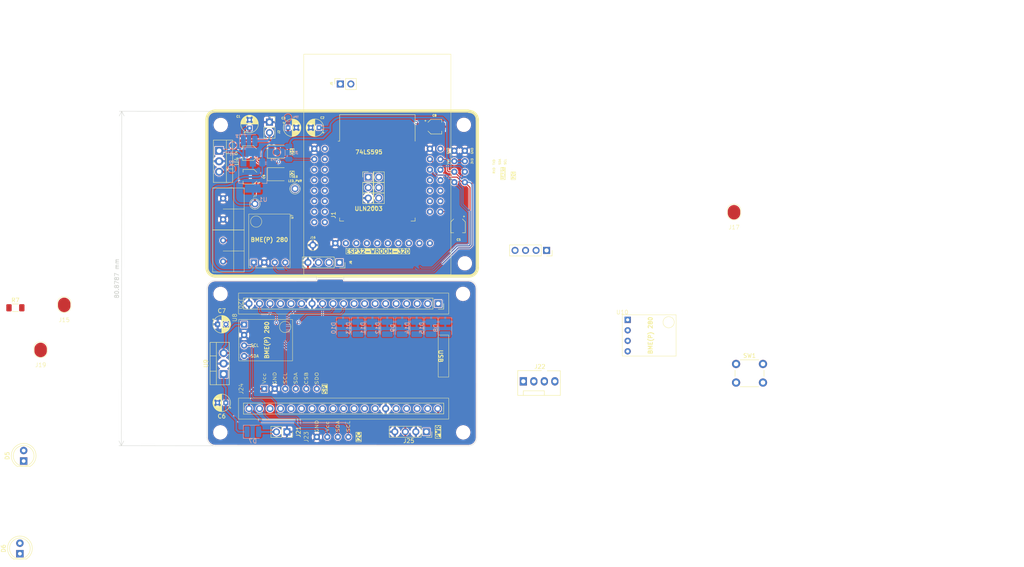
<source format=kicad_pcb>
(kicad_pcb (version 20240108) (generator "pcbnew") (generator_version "8.0")
  (layers (0 "F.Cu" signal) (31 "B.Cu" signal) (34 "B.Paste" user) (35 "F.Paste" user) (36 "B.SilkS" user "B.Silkscreen") (37 "F.SilkS" user "F.Silkscreen") (38 "B.Mask" user) (39 "F.Mask" user) (44 "Edge.Cuts" user))
  (net 0 "")
  (net 1 "GND")
  (net 2 "+3V3")
  (net 3 "+5V")
  (net 4 "/RXD")
  (net 5 "/TXD")
  (net 6 "/SDA")
  (net 7 "/GPIO_33")
  (net 8 "/SCL")
  (net 9 "/OUT3")
  (net 10 "/EN")
  (net 11 "/SOURCE2")
  (net 12 "/SOURCE1")
  (net 13 "/SOURCE3")
  (net 14 "/VDC")
  (net 15 "/DAC1")
  (net 16 "/DAC2")
  (net 17 "/GPIO39")
  (net 18 "/GPIO19")
  (net 19 "/GPIO17")
  (net 20 "/GPIO5")
  (net 21 "/GPIO18")
  (net 22 "/SD_DATA0")
  (net 23 "/ADC2_CH3")
  (net 24 "/SD_DATA3")
  (net 25 "/SD_CMD")
  (net 26 "/SD_CLK")
  (net 27 "/SD_DATA2")
  (net 28 "/SD_DATA1")
  (net 29 "/ADC2_CH0")
  (net 30 "/GPIO23")
  (net 31 "/GPIO36")
  (net 32 "/ADC2_CH2")
  (net 33 "/BOOT")
  (net 34 "/GPIO13")
  (net 35 "/SOURCE4")
  (net 36 "/SOURCE5")
  (net 37 "/SIPO_DATA")
  (net 38 "/SIPO_CLK")
  (net 39 "/SIPO_LATCH")
  (net 40 "/GPIO14")
  (net 41 "/OUT1")
  (net 42 "/VIN")
  (net 45 "Net-(D5-Pad1)")
  (net 46 "Net-(J15-Pin_1)")
  (net 47 "Net-(J19-Pin_1)")
  (net 48 "/OUT2")
  (net 60 "/RX")
  (net 65 "/TX")
  (net 76 "/SCL-2")
  (net 77 "/SDA-2")
  (net 80 "/12V")
  (net 82 "/QB-2")
  (net 83 "/QC-2")
  (net 84 "/QE-2")
  (net 85 "/QA-2")
  (net 86 "/QD-2")
  (net 87 "/QG-2")
  (net 88 "/QH-2")
  (net 89 "/QF-2")
  (net 90 "/SPI-SDO")
  (net 91 "/SPI-CSB")
  (net 92 "/SPI-SCL")
  (net 93 "/SPI-SDA")
  (net 94 "/D23")
  (net 95 "/D18")
  (footprint "Capacitor_THT:CP_Radial_D4.0mm_P2.00mm" (layer "F.Cu") (at 107 44.2 180)
    (property "Reference" "C2")
    (property "Value" "1uF")
  )
  (footprint "LED_SMD:LED_1210_3225Metric_Pad1.42x2.65mm_HandSolder" (layer "F.Cu") (at 97 55.45)
    (property "Reference" "D2")
    (property "Value" "STATUS")
  )
  (footprint "Capacitor_SMD:CP_Elec_3x5.3" (layer "F.Cu") (at 90.3 50.35 180)
    (property "Reference" "C4")
    (property "Value" "0.1uF")
  )
  (footprint "Resistor_SMD:R_1206_3216Metric_Pad1.30x1.75mm_HandSolder" (layer "F.Cu") (at 33.612 87.7585)
    (property "Reference" "R7")
    (property "Value" "4K7")
  )
  (footprint "LED_THT:LED_D5.0mm" (layer "F.Cu") (at 34.7 147.25 90)
    (property "Reference" "D6")
    (property "Value" "LED_STATUS")
  )
  (footprint "Button_Switch_THT:SW_PUSH_6mm" (layer "F.Cu") (at 207.8 101.35)
    (property "Reference" "SW1")
    (property "Value" "SW_Push")
  )
  (footprint "Connector:FanPinHeader_1x04_P2.54mm_Vertical" (layer "F.Cu") (at 156.38 105.55)
    (property "Reference" "J22")
    (property "Value" "Conn_01x04_Pin")
  )
  (footprint "Alexander Footprint Library:Pad_1x01_P2.54_SMD" (layer "F.Cu") (at 39.712 102.098)
    (property "Reference" "J19")
    (property "Value" "LED_PWR")
  )
  (footprint "Alexanddr Footprints Library:ESP32-WROOM-Adapter-Socket-2" (layer "F.Cu") (at 121.1 56.9025)
    (property "Reference" "J1")
    (property "Value" "~")
  )
  (footprint "Alexander Footprint Library:Pad_1x01_P2.54_SMD" (layer "F.Cu") (at 45.412 91.198)
    (property "Reference" "J15")
    (property "Value" "LED_PWR")
  )
  (footprint "MountingHole:MountingHole_3mm" (layer "F.Cu") (at 142 43.5)
    (property "Reference" "H1" (hide yes))
    (property "Value" "MountingHole_Pad")
  )
  (footprint "Connector_PinSocket_2.54mm:PinSocket_1x02_P2.54mm_Vertical" (layer "F.Cu") (at 99.25 117.775 -90)
    (property "Reference" "J21")
    (property "Value" "PWR")
  )
  (footprint "MountingHole:MountingHole_3mm" (layer "F.Cu") (at 83.25 43.53)
    (property "Reference" "H2" (hide yes))
    (property "Value" "MountingHole_Pad")
  )
  (footprint "Alexander Footprints Library:Conn_Terminal_5mm" (layer "F.Cu") (at 83.82 53.69)
    (property "Reference" "J9" (hide yes))
    (property "Value" "Conn_01x02_Socket")
  )
  (footprint "Alexander Footprint Library:Pad_1x01_P2.54_SMD" (layer "F.Cu") (at 207.3 68.7895)
    (property "Reference" "J17")
    (property "Value" "GND")
  )
  (footprint "MountingHole:MountingHole_3mm" (layer "F.Cu") (at 141.85 117.9)
    (property "Reference" "H4" (hide yes))
    (property "Value" "MountingHole_Pad")
  )
  (footprint "Capacitor_THT:CP_Radial_D4.0mm_P2.00mm" (layer "F.Cu") (at 82.5 91.75)
    (property "Reference" "C7")
    (property "Value" "1uF")
  )
  (footprint "Connector_PinSocket_2.54mm:PinSocket_1x04_P2.54mm_Vertical" (layer "F.Cu") (at 132.94 117.75 -90)
    (property "Reference" "J25")
    (property "Value" "PWR_SATA_Conn_01x04")
  )
  (footprint "Capacitor_SMD:CP_Elec_3x5.3" (layer "F.Cu") (at 90.4 56.05 180)
    (property "Reference" "C9")
    (property "Value" "0.1uF")
  )
  (footprint "Alexander Footprint Library:PinSocket_1x01_P2.54" (layer "F.Cu") (at 91.5 65.19)
    (property "Reference" "J7")
    (property "Value" "LED_PWR")
  )
  (footprint "Alexander Footprint Library:Conn_SPI" (layer "F.Cu") (at 88.68 107.35 90)
    (property "Reference" "J24")
    (property "Value" "~")
  )
  (footprint "Connector_PinSocket_2.54mm:PinSocket_1x02_P2.54mm_Vertical" (layer "F.Cu") (at 95.025 42.85)
    (property "Reference" "J2")
    (property "Value" "PWR")
  )
  (footprint "Connector_PinSocket_2.54mm:PinSocket_1x04_P2.54mm_Vertical" (layer "F.Cu") (at 111.94 76.8 -90)
    (property "Reference" "J6")
    (property "Value" "SOURCE")
  )
  (footprint "MountingHole:MountingHole_3mm" (layer "F.Cu") (at 83.15 117.9)
    (property "Reference" "H4" (hide yes))
    (property "Value" "MountingHole_Pad")
  )
  (footprint "Connector_PinSocket_2.54mm:PinSocket_1x04_P2.54mm_Vertical" (layer "F.Cu") (at 162 73.875 -90)
    (property "Reference" "J10" (hide yes))
    (property "Value" "ADC")
  )
  (footprint "Capacitor_SMD:CP_Elec_3x5.3" (layer "F.Cu") (at 140.6 67.85 -90)
    (property "Reference" "C5")
    (property "Value" "0.1uF")
  )
  (footprint "MountingHole:MountingHole_3mm" (layer "F.Cu") (at 141.8 84.4)
    (property "Reference" "H4" (hide yes))
    (property "Value" "MountingHole_Pad")
  )
  (footprint "Capacitor_THT:CP_Radial_D4.0mm_P2.00mm" (layer "F.Cu") (at 99.5 44.2)
    (property "Reference" "C3")
    (property "Value" "1uF")
  )
  (footprint "Alexander Footprint Library:Conn_ESP32_WROOM-DevKit-38pins" (layer "F.Cu") (at 87.54 86.75 -90)
    (property "Reference" "J20")
    (property "Value" "~")
  )
  (footprint "Capacitor_SMD:CP_Elec_3x5.3" (layer "F.Cu") (at 134.9 43.95)
    (property "Reference" "C8")
    (property "Value" "10uF")
  )
  (footprint "Alexander Footprint Library:LD1117" (layer "F.Cu") (at 83.945 103.79 90)
    (property "Reference" "U9")
    (property "Value" "L7805")
  )
  (footprint "Alexander Footprint Library:PinSocket_1x01_P2.54" (layer "F.Cu") (at 101.2 61.52)
    (property "Reference" "J18")
    (property "Value" "LED_PWR")
  )
  (footprint "Alexander Footprint Library:Conn_I2C" (layer "F.Cu") (at 98.84 119 90)
    (property "Reference" "J23")
    (property "Value" "I2C")
  )
  (footprint "Capacitor_THT:CP_Radial_D4.0mm_P2.00mm" (layer "F.Cu") (at 84.4726 110.75 180)
    (property "Reference" "C6")
    (property "Value" "1uF")
  )
  (footprint "Alexander Footprint Library:BME280_BMP280_I2C" (layer "F.Cu") (at 180.3 89.45)
    (property "Reference" "U10")
    (property "Value" "BME(P)280")
  )
  (footprint "MountingHole:MountingHole_3mm" (layer "F.Cu") (at 83.2 84.4)
    (property "Reference" "H4" (hide yes))
    (property "Value" "MountingHole_Pad")
  )
  (footprint "Connector_PinSocket_2.54mm:PinSocket_1x02_P2.54mm_Vertical" (layer "F.Cu") (at 112.15 33.625 90)
    (property "Reference" "J5")
    (property "Value" "DAC")
  )
  (footprint "Alexander Footprint Library:CONN_2x3" (layer "F.Cu") (at 118.9 51.07)
    (property "Reference" "J14")
    (property "Value" "GPIO")
  )
  (footprint "Alexander Footprints Library:Conn_UART" (layer "F.Cu") (at 139.7 42.15)
    (property "Reference" "J3" (hide yes))
    (property "Value" "UART")
  )
  (footprint "Alexander Footprint Library:PinSocket_1x01_P2.54" (layer "F.Cu") (at 105.5 75.19)
    (property "Reference" "J16")
    (property "Value" "GND")
  )
  (footprint "Capacitor_THT:CP_Radial_D4.0mm_P2.00mm" (layer "F.Cu") (at 90.2 44.3 90)
    (property "Reference" "C1")
    (property "Value" "1uF")
  )
  (footprint "Alexander Footprint Library:BME280_BMP280_I2C" (layer "F.Cu") (at 90 78.1 90)
    (property "Reference" "U7")
    (property "Value" "BME(P)280")
  )
  (footprint "Alexander Footprint Library:LD1117" (layer "F.Cu") (at 82.855 49.77 -90)
    (property "Reference" "U4")
    (property "Value" "L7805")
  )
  (footprint "Alexander Footprints Library:Conn_I2C" (layer "F.Cu") (at 142.24 42.15)
    (property "Reference" "J4" (hide yes))
    (property "Value" "I2C")
  )
  (footprint "LED_THT:LED_D5.0mm" (layer "F.Cu") (at 35.612 124.8335 90)
    (property "Reference" "D5")
    (property "Value" "LED_PWR")
  )
  (footprint "Alexander Footprint Library:BME280_BMP280_I2C" (layer "F.Cu") (at 87.6 90.59)
    (property "Reference" "U8")
    (property "Value" "BME(P)280")
  )
  (footprint "LED_SMD:LED_1210_3225Metric_Pad1.42x2.65mm_HandSolder" (layer "F.Cu") (at 97 50)
    (property "Reference" "D1")
    (property "Value" "PWR")
  )
  (footprint "MountingHole:MountingHole_3mm" (layer "F.Cu") (at 142.25 77)
    (property "Reference" "H4" (hide yes))
    (property "Value" "MountingHole_Pad")
  )
  (footprint "Alexander Footprints Library:Conn_Terminal_5mm" (layer "F.Cu") (at 83.82 63.85)
    (property "Reference" "J8" (hide yes))
    (property "Value" "Conn_01x02_Socket")
  )
  (footprint "TestPoint:TestPoint_Pad_D1.5mm" (layer "B.Cu") (at 99.5 41.75 180)
    (property "Reference" "TP4")
    (property "Value" "5V")
  )
  (footprint "LED_SMD:LED_1210_3225Metric_Pad1.42x2.65mm_HandSolder" (layer "B.Cu") (at 127.1 92.65 -90)
    (property "Reference" "D9")
    (property "Value" "PWR")
  )
  (footprint "TestPoint:TestPoint_Pad_D1.5mm" (layer "B.Cu") (at 96.8 50.15 180)
    (property "Reference" "TP3")
    (property "Value" "3V3")
  )
  (footprint "LED_SMD:LED_1210_3225Metric_Pad1.42x2.65mm_HandSolder" (layer "B.Cu") (at 119.9 92.65 -90)
    (property "Reference" "D11")
    (property "Value" "PWR")
  )
  (footprint "Diode_SMD:D_1210_3225Metric" (layer "B.Cu") (at 91 117.75)
    (property "Reference" "D7")
    (property "Value" "D")
  )
  (footprint "LED_SMD:LED_1210_3225Metric_Pad1.42x2.65mm_HandSolder" (layer "B.Cu") (at 134.1 92.65 -90)
    (property "Reference" "D15")
    (property "Value" "PWR")
  )
  (footprint "Resistor_SMD:R_1206_3216Metric_Pad1.30x1.75mm_HandSolder" (layer "B.Cu") (at 99.7 50.25 -90)
    (property "Reference" "R1")
    (property "Value" "10K")
  )
  (footprint "Diode_SMD:D_1210_3225Metric" (layer "B.Cu") (at 90.1 47.4)
    (property "Reference" "D4")
    (property "Value" "D")
  )
  (footprint "LED_SMD:LED_1210_3225Metric_Pad1.42x2.65mm_HandSolder" (layer "B.Cu") (at 130.6 92.65 -90)
    (property "Reference" "D14")
    (property "Value" "PWR")
  )
  (footprint "TestPoint:TestPoint_Pad_D1.5mm" (layer "B.Cu") (at 86.2 48.45 180)
    (property "Reference" "TP1")
    (property "Value" "VIN")
  )
  (footprint "LED_SMD:LED_1210_3225Metric_Pad1.42x2.65mm_HandSolder" (layer "B.Cu") (at 123.5 92.65 -90)
    (property "Reference" "D12")
    (property "Value" "PWR")
  )
  (footprint "TestPoint:TestPoint_Pad_D1.5mm" (layer "B.Cu") (at 85.9 54.15 180)
    (property "Reference" "TP2")
    (property "Value" "GND")
  )
  (footprint "LED_SMD:LED_1210_3225Metric_Pad1.42x2.65mm_HandSolder" (layer "B.Cu") (at 116.4 92.65 -90)
    (property "Reference" "D13")
    (property "Value" "PWR")
  )
  (footprint "LED_SMD:LED_1210_3225Metric_Pad1.42x2.65mm_HandSolder" (layer "B.Cu") (at 112.8 92.65 -90)
    (property "Reference" "D10")
    (property "Value" "PWR")
  )
  (footprint "Package_TO_SOT_SMD:SOT-223-3_TabPin2" (layer "B.Cu") (at 91 55.75 -90)
    (property "Reference" "U1")
    (property "Value" "MAX1726EUK33")
  )
  (footprint "LED_SMD:LED_1210_3225Metric_Pad1.42x2.65mm_HandSolder" (layer "B.Cu") (at 137.5 92.65 -90)
    (property "Reference" "D8")
    (property "Value" "PWR")
  )
  (gr_line (start 145.25 42.11421) (end 145.25 78.085782) (stroke (width 0.75)) (layer "F.SilkS"))
  (gr_line (start 81.914218 40.164218) (end 143.08579 40.164218) (stroke (width 0.75)) (layer "F.SilkS"))
  (gr_arc (start 145.25 78.085782) (mid 144.66422 79.500007) (end 143.25 80.085782) (stroke (width 0.75)) (layer "F.SilkS"))
  (gr_line (start 79.914218 42.11421) (end 79.914218 78.085782) (stroke (width 0.75)) (layer "F.SilkS"))
  (gr_arc (start 81.914218 80.085782) (mid 80.499999 79.500001) (end 79.914218 78.085782) (stroke (width 0.75)) (layer "F.SilkS"))
  (gr_arc (start 143.25 40.25) (mid 144.664214 40.835786) (end 145.25 42.25) (stroke (width 0.75)) (layer "F.SilkS"))
  (gr_arc (start 79.914218 42.164218) (mid 80.499999 40.749999) (end 81.914218 40.164218) (stroke (width 0.75)) (layer "F.SilkS"))
  (gr_line (start 81.914214 80.085782) (end 143.085786 80.085782) (stroke (width 0.75)) (layer "F.SilkS"))
  (gr_line (start 82.014214 80.235786) (end 106.4 80.25) (stroke (width 0.1)) (layer "Edge.Cuts"))
  (gr_line (start 80 42.25) (end 80.014214 78.235786) (stroke (width 0.1)) (layer "Edge.Cuts"))
  (gr_arc (start 79.921321 83.157107) (mid 80.507106 81.742896) (end 81.921321 81.157107) (stroke (width 0.1)) (layer "Edge.Cuts"))
  (gr_line (start 81.921321 121.128679) (end 143.107107 121.142893) (stroke (width 0.1)) (layer "Edge.Cuts"))
  (gr_arc (start 81.921321 121.128679) (mid 80.507101 120.542899) (end 79.921321 119.128679) (stroke (width 0.1)) (layer "Edge.Cuts"))
  (gr_line (start 143.092893 81.157107) (end 113 81.15) (stroke (width 0.1)) (layer "Edge.Cuts"))
  (gr_arc (start 145.107107 119.142893) (mid 144.521321 120.557107) (end 143.107107 121.142893) (stroke (width 0.1)) (layer "Edge.Cuts"))
  (gr_line (start 106.4 81.15) (end 81.921321 81.157107) (stroke (width 0.1)) (layer "Edge.Cuts"))
  (gr_arc (start 143.185786 40.264214) (mid 144.600004 40.849996) (end 145.185786 42.264214) (stroke (width 0.1)) (layer "Edge.Cuts"))
  (gr_line (start 113 80.25) (end 143.185786 80.235786) (stroke (width 0.1)) (layer "Edge.Cuts"))
  (gr_arc (start 82.014214 80.235786) (mid 80.599996 79.650004) (end 80.014214 78.235786) (stroke (width 0.1)) (layer "Edge.Cuts"))
  (gr_line (start 145.185786 42.264214) (end 145.185786 78.235786) (stroke (width 0.1)) (layer "Edge.Cuts"))
  (gr_arc (start 80 42.25) (mid 80.585786 40.835786) (end 82 40.25) (stroke (width 0.1)) (layer "Edge.Cuts"))
  (gr_line (start 145.107107 119.142893) (end 145.092893 83.157107) (stroke (width 0.1)) (layer "Edge.Cuts"))
  (gr_line (start 79.921321 119.128679) (end 79.921321 83.157107) (stroke (width 0.1)) (layer "Edge.Cuts"))
  (gr_line (start 106.4 81.15) (end 106.4 80.25) (stroke (width 0.1)) (layer "Edge.Cuts"))
  (gr_arc (start 145.185786 78.235786) (mid 144.600004 79.650004) (end 143.185786 80.235786) (stroke (width 0.1)) (layer "Edge.Cuts"))
  (gr_arc (start 143.092893 81.157107) (mid 144.507112 81.742888) (end 145.092893 83.157107) (stroke (width 0.1)) (layer "Edge.Cuts"))
  (gr_line (start 113 81.15) (end 113 80.25) (stroke (width 0.1)) (layer "Edge.Cuts"))
  (gr_line (start 143.185786 40.264214) (end 82 40.25) (stroke (width 0.1)) (layer "Edge.Cuts"))
  (gr_text "SCL" (at 90.4 96.85 0) (layer "F.SilkS") (effects (font (size 0.7 0.7) (thickness 0.125) (bold yes)) (justify left)))
  (gr_text "SDA" (at 90.4 99.45 0) (layer "F.SilkS") (effects (font (size 0.7 0.7) (thickness 0.125) (bold yes)) (justify left)))
  (gr_text "PWR" (at 136.4 119.55 90) (layer "F.SilkS" knockout) (effects (font (size 1 1) (thickness 0.25) (bold yes)) (justify left bottom)))
  (gr_text "74LS595" (at 119.057143 50.1 0) (layer "F.SilkS") (effects (font (size 1 1) (thickness 0.2) (bold yes))))
  (gr_text "ULN2003" (at 115.5 64.374 0) (layer "F.SilkS") (effects (font (size 1 1) (thickness 0.2) (bold yes)) (justify left bottom)))
  (dimension (type aligned) (layer "Edge.Cuts") (pts (xy 81.921321 121.128679) (xy 82 40.25)) (height -22.6907) (gr_text "80.8787 mm" (at 58.119973 80.666146 89.94426182) (layer "Edge.Cuts") (effects (font (size 1 1) (thickness 0.15)))) (format (prefix "") (suffix "") (units 3) (units_format 1) (precision 4)) (style (thickness 0.1) (arrow_length 1.27) (text_position_mode 0) (extension_height 0.58642) (extension_offset 0.5) keep_text_aligned))
  (segment (start 84.21 66) (end 83.82 66.39) (width 0.5) (layer "F.Cu") (net 1))
  (segment (start 95.5 54.8625) (end 95.5125 54.85) (width 0.25) (layer "F.Cu") (net 1))
  (segment (start 95.5 55.4625) (end 95.5125 55.45) (width 0.25) (layer "F.Cu") (net 1))
  (segment (start 91.5 59.65) (end 91.9 59.25) (width 0.5) (layer "F.Cu") (net 2))
  (segment (start 90.08 108.57) (end 90.08 112.15) (width 0.5) (layer "F.Cu") (net 2))
  (segment (start 91.3 107.35) (end 90.08 108.57) (width 0.5) (layer "F.Cu") (net 2))
  (segment (start 91.9 59.25) (end 91.9 56.05) (width 0.5) (layer "F.Cu") (net 2))
  (segment (start 130.5 42.95) (end 131.5 43.95) (width 0.5) (layer "F.Cu") (net 2))
  (segment (start 131.5 43.95) (end 133.4 43.95) (width 0.5) (layer "F.Cu") (net 2))
  (segment (start 93.76 107.35) (end 91.3 107.35) (width 0.5) (layer "F.Cu") (net 2))
  (segment (start 91.5 62.62) (end 91.5 59.65) (width 0.5) (layer "F.Cu") (net 2))
  (segment (start 98.4875 50) (end 101.05 50) (width 0.5) (layer "F.Cu") (net 2))
  (via (at 130.5 42.95) (size 0.8) (drill 0.4) (layers "F.Cu" "B.Cu") (net 2))
  (segment (start 96.075 48.7) (end 97.525 48.7) (width 0.5) (layer "B.Cu") (net 2))
  (segment (start 109.408578 44.2) (end 107 44.2) (width 0.5) (layer "B.Cu") (net 2))
  (segment (start 93.21 115.25) (end 101 115.25) (width 0.5) (layer "B.Cu") (net 2))
  (segment (start 81.3 75.997918) (end 81.3 59.75104) (width 0.5) (layer "B.Cu") (net 2))
  (segment (start 93.3 54.905025) (end 93.3 52.6) (width 0.5) (layer "B.Cu") (net 2))
  (segment (start 100 48.7) (end 100 48.03033) (width 0.5) (layer "B.Cu") (net 2))
  (segment (start 137.9 51.55) (end 138.66 52.31) (width 0.5) (layer "B.Cu") (net 2))
  (segment (start 109 117.5) (end 109 119) (width 0.5) (layer "B.Cu") (net 2))
  (segment (start 84.202081 78.9) (end 89.990883 78.9) (width 0.5) (layer "B.Cu") (net 2))
  (segment (start 109.75 45) (end 109.75 44.141421) (width 0.5) (layer "B.Cu") (net 2))
  (segment (start 109.75 43.858578) (end 109.75 44.141421) (width 0.5) (layer "B.Cu") (net 2))
  (segment (start 138.66 52.31) (end 139.7 52.31) (width 0.5) (layer "B.Cu") (net 2))
  (segment (start 104.722182 46.75) (end 106.277817 46.75) (width 0.5) (layer "B.Cu") (net 2))
  (segment (start 139.7 52.31) (end 142.24 52.31) (width 0.5) (layer "B.Cu") (net 2))
  (segment (start 129.1 41.75) (end 136.8 41.75) (width 0.5) (layer "B.Cu") (net 2))
  (segment (start 112.31066 41.75) (end 129.1 41.75) (width 0.5) (layer "B.Cu") (net 2))
  (segment (start 88.207106 62.75) (end 91.5 62.75) (width 0.5) (layer "B.Cu") (net 2))
  (segment (start 86.5 61.042893) (end 86.5 57.5) (width 0.5) (layer "B.Cu") (net 2))
  (segment (start 106.277817 46.75) (end 108 46.75) (width 0.5) (layer "B.Cu") (net 2))
  (segment (start 101 115.25) (end 102.5 116.75) (width 0.5) (layer "B.Cu") (net 2))
  (segment (start 137.9 42.85) (end 137.9 51.55) (width 0.5) (layer "B.Cu") (net 2))
  (segment (start 91.22 77.670883) (end 91.22 76.8) (width 0.5) (layer "B.Cu") (net 2))
  (segment (start 89.455634 56.1) (end 92.105025 56.1) (width 0.5) (layer "B.Cu") (net 2))
  (segment (start 96.075 48.7) (end 95.177817 48.7) (width 0.5) (layer "B.Cu") (net 2))
  (segment (start 90.11 112.15) (end 93.21 115.25) (width 0.5) (layer "B.Cu") (net 2))
  (segment (start 136.8 41.75) (end 137.9 42.85) (width 0.5) (layer "B.Cu") (net 2))
  (segment (start 108.25 116.75) (end 109 117.5) (width 0.5) (layer "B.Cu") (net 2))
  (segment (start 104.722182 46.75) (end 101.28033 46.75) (width 0.5) (layer "B.Cu") (net 2))
  (segment (start 110.015165 42.984834) (end 110.5 42.5) (width 0.5) (layer "B.Cu") (net 2))
  (segment (start 108 46.75) (end 109.75 45) (width 0.5) (layer "B.Cu") (net 2))
  (segment (start 96.8 49.425) (end 96.8 50.15) (width 0.25) (layer "B.Cu") (net 2))
  (segment (start 109.75 43.858578) (end 109.75 43.625) (width 0.5) (layer "B.Cu") (net 2))
  (segment (start 93.3 52.6) (end 93.3 50.577817) (width 0.5) (layer "B.Cu") (net 2))
  (segment (start 82.75104 58.3) (end 84.144365 58.3) (width 0.5) (layer "B.Cu") (net 2))
  (segment (start 130.5 42.95) (end 129.3 41.75) (width 0.5) (layer "B.Cu") (net 2))
  (segment (start 102.5 116.75) (end 108.25 116.75) (width 0.5) (layer "B.Cu") (net 2))
  (segment (start 129.3 41.75) (end 129.1 41.75) (width 0.5) (layer "B.Cu") (net 2))
  (segment (start 100 48.7) (end 97.525 48.7) (width 0.5) (layer "B.Cu") (net 2))
  (arc (start 93.3 54.905025) (mid 93.209037 55.362322) (end 92.95 55.75) (width 0.5) (layer "B.Cu") (net 2))
  (arc (start 86.8 57.2) (mid 85.581584 58.014119) (end 84.144365 58.3) (width 0.5) (layer "B.Cu") (net 2))
  (arc (start 89.455634 56.1) (mid 88.018415 56.38588) (end 86.8 57.2) (width 0.5) (layer "B.Cu") (net 2))
  (arc (start 86.5 61.042893) (mid 86.629945 61.696174) (end 87 62.25) (width 0.5) (layer "B.Cu") (net 2))
  (arc (start 82.75104 58.3) (mid 82.195751 58.410453) (end 81.725 58.725) (width 0.5) (layer "B.Cu") (net 2))
  (arc (start 92.95 55.75) (mid 92.562322 56.009037) (end 92.105025 56.1) (width 0.5) (layer "B.Cu") (net 2))
  (arc (start 109.75 43.625) (mid 109.818914 43.278544) (end 110.015165 42.984834) (width 0.5) (layer "B.Cu") (net 2))
  (arc (start 95.177817 48.7) (mid 94.459207 48.84294) (end 93.85 49.25) (width 0.5) (layer "B.Cu") (net 2))
  (arc (start 96.8 49.425) (mid 96.587652 48.912347) (end 96.075 48.7) (width 0.25) (layer "B.Cu") (net 2))
  (arc (start 82.15 78.05) (mid 83.091502 78.679092) (end 84.202081 78.9) (width 0.5) (layer "B.Cu") (net 2))
  (arc (start 109.75 44.141421) (mid 109.713838 44.087301) (end 109.65 44.1) (width 0.5) (layer "B.Cu") (net 2))
  (arc (start 93.85 49.25) (mid 93.44294 49.859207) (end 93.3 50.577817) (width 0.5) (layer "B.Cu") (net 2))
  (arc (start 90.86 78.54) (mid 90.461245 78.806439) (end 89.990883 78.9) (width 0.5) (layer "B.Cu") (net 2))
  (arc (start 109.65 44.1) (mid 109.539234 44.17401) (end 109.408578 44.2) (width 0.5) (layer "B.Cu") (net 2))
  (arc (start 87 62.25) (mid 87.553825 62.620054) (end 88.207106 62.75) (width 0.5) (layer "B.Cu") (net 2))
  (arc (start 81.725 58.725) (mid 81.410453 59.195751) (end 81.3 59.75104) (width 0.5) (layer "B.Cu") (net 2))
  (arc (start 101.28033 46.75) (mid 100.790368 46.847459) (end 100.375 47.125) (width 0.5) (layer "B.Cu") (net 2))
  (arc (start 91.22 77.670883) (mid 91.126439 78.141245) (end 90.86 78.54) (width 0.5) (layer "B.Cu") (net 2))
  (arc (start 110.5 42.5) (mid 111.330737 41.944918) (end 112.31066 41.75) (width 0.5) (layer "B.Cu") (net 2))
  (arc (start 109.65 44.1) (mid 109.72401 43.989234) (end 109.75 43.858578) (width 0.5) (layer "B.Cu") (net 2))
  (arc (start 100.375 47.125) (mid 100.097459 47.540368) (end 100 48.03033) (width 0.5) (layer "B.Cu") (net 2))
  (arc (start 81.3 75.997918) (mid 81.520907 77.108496) (end 82.15 78.05) (width 0.5) (layer "B.Cu") (net 2))
  (segment (start 99.5 45.693413) (end 99.5 44.2) (width 0.5) (layer "F.Cu") (net 3))
  (segment (start 98.6375 46.9625) (end 99.2125 46.3875) (width 0.5) (layer "F.Cu") (net 3))
  (segment (start 83.945 98.71) (end 86.21 98.71) (width 0.5) (layer "F.Cu") (net 3))
  (segment (start 86.75 99.25) (end 86.75 100) (width 0.5) (layer "F.Cu") (net 3))
  (segment (start 127.86 116.39) (end 129 115.25) (width 0.5) (layer "F.Cu") (net 3))
  (segment (start 129 115.25) (end 135.25 115.25) (width 0.5) (layer "F.Cu") (net 3))
  (segment (start 135.81 114.69) (end 135.81 112.15) (width 0.5) (layer "F.Cu") (net 3))
  (segment (start 86.75 114.25) (end 87.75 115.25) (width 0.5) (layer "F.Cu") (net 3))
  (segment (start 86.75 100) (end 86.75 114.25) (width 0.5) (layer "F.Cu") (net 3))
  (segment (start 88.1 47.25) (end 97.943413 47.25) (width 0.5) (layer "F.Cu") (net 3))
  (segment (start 84.9 54.85) (end 85.4 54.35) (width 0.5) (layer "F.Cu") (net 3))
  (segment (start 85.4 54.35) (end 85.4 49.95) (width 0.5) (layer "F.Cu") (net 3))
  (segment (start 127.86 118.65) (end 127.86 116.39) (width 0.5) (layer "F.Cu") (net 3))
  (segment (start 86.21 98.71) (end 86.75 99.25) (width 0.5) (layer "F.Cu") (net 3))
  (segment (start 135.25 115.25) (end 135.81 114.69) (width 0.5) (layer "F.Cu") (net 3))
  (segment (start 82.855 54.85) (end 84.9 54.85) (width 0.5) (layer "F.Cu") (net 3))
  (segment (start 85.4 49.95) (end 88.1 47.25) (width 0.5) (layer "F.Cu") (net 3))
  (segment (start 87.75 115.25) (end 129 115.25) (width 0.5) (layer "F.Cu") (net 3))
  (arc (start 97.943413 47.25) (mid 98.31905 47.175281) (end 98.6375 46.9625) (width 0.5) (layer "F.Cu") (net 3))
  (arc (start 99.5 45.693413) (mid 99.425281 46.06905) (end 99.2125 46.3875) (width 0.5) (layer "F.Cu") (net 3))
  (segment (start 83.945 97.305) (end 84.5 96.75) (width 0.5) (layer "B.Cu") (net 3))
  (segment (start 84.5 94.05) (end 84.5 91.75) (width 0.5) (layer "B.Cu") (net 3))
  (segment (start 88.9 91.81) (end 86.74 91.81) (width 0.5) (layer "B.Cu") (net 3))
  (segment (start 83.945 98.71) (end 83.945 97.305) (width 0.5) (layer "B.Cu") (net 3))
  (segment (start 86.74 91.81) (end 84.5 94.05) (width 0.5) (layer "B.Cu") (net 3))
  (segment (start 84.5 96.75) (end 84.5 94.05) (width 0.5) (layer "B.Cu") (net 3))
  (segment (start 99.5 42.25) (end 99.5 44.2) (width 0.25) (layer "B.Cu") (net 3))
  (segment (start 139.7 57.35) (end 139.7 57.39) (width 0.25) (layer "F.Cu") (net 4))
  (segment (start 140.3 57.45) (end 139.3 57.45) (width 0.25) (layer "F.Cu") (net 4))
  (segment (start 139.04 57.39) (end 139.7 57.39) (width 0.25) (layer "F.Cu") (net 4))
  (segment (start 142.918198 72.331802) (end 140.231802 72.331802) (width 0.25) (layer "B.Cu") (net 4))
  (segment (start 131.8 78.15) (end 131.4 77.75) (width 0.25) (layer "B.Cu") (net 4))
  (segment (start 140.231802 72.331802) (end 134.413604 78.15) (width 0.25) (layer "B.Cu") (net 4))
  (segment (start 134.413604 78.15) (end 131.8 78.15) (width 0.25) (layer "B.Cu") (net 4))
  (segment (start 139.7 57.39) (end 141.34 59.03) (width 0.25) (layer "B.Cu") (net 4))
  (segment (start 137.96 55.65) (end 139.7 57.39) (width 0.25) (layer "B.Cu") (net 4))
  (segment (start 133.8 54.3625) (end 135.0875 55.65) (width 0.25) (layer "B.Cu") (net 4))
  (segment (start 135.0875 55.65) (end 137.96 55.65) (width 0.25) (layer "B.Cu") (net 4))
  (segment (start 141.34 59.03) (end 141.34 62.876396) (width 0.25) (layer "B.Cu") (net 4))
  (segment (start 143.1 64.636396) (end 143.1 72.15) (width 0.25) (layer "B.Cu") (net 4))
  (segment (start 143.1 72.15) (end 142.918198 72.331802) (width 0.25) (layer "B.Cu") (net 4))
  (segment (start 141.34 62.876396) (end 143.1 64.636396) (width 0.25) (layer "B.Cu") (net 4))
  (segment (start 143.4 73.25) (end 140.7 73.25) (width 0.25) (layer "F.Cu") (net 5))
  (segment (start 138 52.25) (end 137.5725 51.8225) (width 0.25) (layer "F.Cu") (net 5))
  (segment (start 143.453 56.303) (end 144 56.85) (width 0.25) (layer "F.Cu") (net 5))
  (segment (start 144 56.85) (end 144 72.65) (width 0.25) (layer "F.Cu") (net 5))
  (segment (start 139.7 54.85) (end 141.153 56.303) (width 0.25) (layer "F.Cu") (net 5))
  (segment (start 141.153 56.303) (end 143.453 56.303) (width 0.25) (layer "F.Cu") (net 5))
  (segment (start 139.7 54.85) (end 138.3 54.85) (width 0.25) (layer "F.Cu") (net 5))
  (segment (start 144 72.65) (end 143.4 73.25) (width 0.25) (layer "F.Cu") (net 5))
  (segment (start 137.5725 51.8225) (end 136.34 51.8225) (width 0.25) (layer "F.Cu") (net 5))
  (segment (start 140.7 73.25) (end 136.9 77.05) (width 0.25) (layer "F.Cu") (net 5))
  (segment (start 138 54.55) (end 138 52.25) (width 0.25) (layer "F.Cu") (net 5))
  (segment (start 138.3 54.85) (end 138 54.55) (width 0.25) (layer "F.Cu") (net 5))
  (segment (start 139.7 54.85) (end 139.5 54.85) (width 0.25) (layer "F.Cu") (net 5))
  (segment (start 142.24 54.85) (end 142.24 55.51) (width 0.25) (layer "F.Cu") (net 6))
  (segment (start 141.79 58.74) (end 141 57.95) (width 0.25) (layer "B.Cu") (net 6))
  (segment (start 140.418198 72.781802) (end 143.281802 72.781802) (width 0.25) (layer "B.Cu") (net 6))
  (segment (start 98.84 76.8) (end 98.84 78.09) (width 0.25) (layer "B.Cu") (net 6))
  (segment (start 130.14 78.09) (end 130.7 78.65) (width 0.25) (layer "B.Cu") (net 6))
  (segment (start 140.990501 53.600501) (end 142.24 54.85) (width 0.25) (layer "B.Cu") (net 6))
  (segment (start 143.55 64.45) (end 141.79 62.69) (width 0.25) (layer "B.Cu") (net 6))
  (segment (start 134.55 78.65) (end 140.418198 72.781802) (width 0.25) (layer "B.Cu") (net 6))
  (segment (start 136.34 54.3625) (end 137.101999 53.600501) (width 0.25) (layer "B.Cu") (net 6))
  (segment (start 141.79 62.69) (end 141.79 58.74) (width 0.25) (layer "B.Cu") (net 6))
  (segment (start 99.4 78.65) (end 130.7 78.65) (width 0.25) (layer "B.Cu") (net 6))
  (segment (start 141 56.09) (end 142.24 54.85) (width 0.25) (layer "B.Cu") (net 6))
  (segment (start 130.7 78.65) (end 134.55 78.65) (width 0.25) (layer "B.Cu") (net 6))
  (segment (start 98.84 78.09) (end 99.4 78.65) (width 0.25) (layer "B.Cu") (net 6))
  (segment (start 143.281802 72.781802) (end 143.55 72.513604) (width 0.25) (layer "B.Cu") (net 6))
  (segment (start 143.55 72.513604) (end 143.55 64.45) (width 0.25) (layer "B.Cu") (net 6))
  (segment (start 137.101999 53.600501) (end 140.990501 53.600501) (width 0.25) (layer "B.Cu") (net 6))
  (segment (start 141 57.95) (end 141 56.09) (width 0.25) (layer "B.Cu") (net 6))
  (segment (start 135.1 55.15) (end 135.6 55.65) (width 0.25) (layer "F.Cu") (net 8))
  (segment (start 133.8 51.8225) (end 135.1 53.1225) (width 0.25) (layer "F.Cu") (net 8))
  (segment (start 141.603604 57.39) (end 142.24 57.39) (width 0.25) (layer "F.Cu") (net 8))
  (segment (start 143.231802 72.781802) (end 140.368198 72.781802) (width 0.25) (layer "F.Cu") (net 8))
  (segment (start 143.5 72.513604) (end 143.231802 72.781802) (width 0.25) (layer "F.Cu") (net 8))
  (segment (start 137.3 55.65) (end 137.8 56.15) (width 0.25) (layer "F.Cu") (net 8))
  (segment (start 135.1 53.1225) (end 135.1 55.15) (width 0.25) (layer "F.Cu") (net 8))
  (segment (start 142.24 57.39) (end 143.5 58.65) (width 0.25) (layer "F.Cu") (net 8))
  (segment (start 135.6 55.65) (end 137.3 55.65) (width 0.25) (layer "F.Cu") (net 8))
  (segment (start 140.368198 72.781802) (end 138.9 74.25) (width 0.25) (layer "F.Cu") (net 8))
  (segment (start 143.5 58.65) (end 143.5 72.513604) (width 0.25) (layer "F.Cu") (net 8))
  (segment (start 140.363604 56.15) (end 141.603604 57.39) (width 0.25) (layer "F.Cu") (net 8))
  (segment (start 137.8 56.15) (end 140.363604 56.15) (width 0.25) (layer "F.Cu") (net 8))
  (segment (start 140.6 73.3) (end 143.4 73.3) (width 0.25) (layer "B.Cu") (net 8))
  (segment (start 144 72.7) (end 144 57.95) (width 0.25) (layer "B.Cu") (net 8))
  (segment (start 144 57.95) (end 143.44 57.39) (width 0.25) (layer "B.Cu") (net 8))
  (segment (start 96.3 78.45) (end 96.95 79.1) (width 0.25) (layer "B.Cu") (net 8))
  (segment (start 96.95 79.1) (end 134.8 79.1) (width 0.25) (layer "B.Cu") (net 8))
  (segment (start 143.44 57.39) (end 142.24 57.39) (width 0.25) (layer "B.Cu") (net 8))
  (segment (start 134.8 79.1) (end 140.6 73.3) (width 0.25) (layer "B.Cu") (net 8))
  (segment (start 143.4 73.3) (end 144 72.7) (width 0.25) (layer "B.Cu") (net 8))
  (segment (start 96.3 76.8) (end 96.3 78.45) (width 0.25) (layer "B.Cu") (net 8))
  (segment (start 91.8 52.25) (end 92.3 52.75) (width 0.25) (layer "F.Cu") (net 10))
  (segment (start 92.3 52.75) (end 96.9 52.75) (width 0.25) (layer "F.Cu") (net 10))
  (segment (start 96.9 52.75) (end 97.2 52.45) (width 0.25) (layer "F.Cu") (net 10))
  (segment (start 91.8 50.35) (end 91.8 52.25) (width 0.25) (layer "F.Cu") (net 10))
  (via (at 97.2 52.45) (size 0.8) (drill 0.4) (layers "F.Cu" "B.Cu") (net 10))
  (segment (start 101.4 51.8) (end 101.45 51.8) (width 0.25) (layer "B.Cu") (net 10))
  (segment (start 105.86 51.8225) (end 101.4225 51.8225) (width 0.25) (layer "B.Cu") (net 10))
  (segment (start 99.7 51.8) (end 101.4 51.8) (width 0.25) (layer "B.Cu") (net 10))
  (segment (start 97.2 52.45) (end 97.85 51.8) (width 0.25) (layer "B.Cu") (net 10))
  (segment (start 97.85 51.8) (end 99.7 51.8) (width 0.25) (layer "B.Cu") (net 10))
  (segment (start 101.4225 51.8225) (end 101.4 51.8) (width 0.25) (layer "B.Cu") (net 10))
  (segment (start 86.37 71.47) (end 88 73.1) (width 0.5) (layer "F.Cu") (net 11))
  (segment (start 88 73.1) (end 99 73.1) (width 0.5) (layer "F.Cu") (net 11))
  (segment (start 83.82 71.47) (end 86.37 71.47) (width 0.5) (layer "F.Cu") (net 11))
  (segment (start 86.275 76.55) (end 88.075 74.75) (width 0.5) (layer "F.Cu") (net 12))
  (segment (start 83.82 76.55) (end 86.275 76.55) (width 0.5) (layer "F.Cu") (net 12))
  (segment (start 88.075 74.75) (end 99.75 74.75) (width 0.5) (layer "F.Cu") (net 12))
  (segment (start 96.71 117.775) (end 92.425 117.775) (width 0.5) (layer "B.Cu") (net 14))
  (segment (start 92.425 117.775) (end 92.4 117.75) (width 0.5) (layer "B.Cu") (net 14))
  (segment (start 95.025 46.674479) (end 95.025 45.39) (width 0.5) (layer "B.Cu") (net 14))
  (segment (start 94.299479 47.4) (end 91.5 47.4) (width 0.5) (layer "B.Cu") (net 14))
  (arc (start 95.025 46.674479) (mid 94.969773 46.952124) (end 94.8125 47.1875) (width 0.5) (layer "B.Cu") (net 14))
  (arc (start 94.8125 47.1875) (mid 94.577124 47.344773) (end 94.299479 47.4) (width 0.5) (layer "B.Cu") (net 14))
  (segment (start 136.34 64.5225) (end 138.7725 64.5225) (width 0.25) (layer "F.Cu") (net 33))
  (segment (start 138.7725 64.5225) (end 140.6 66.35) (width 0.25) (layer "F.Cu") (net 33))
  (segment (start 89.5 46.25) (end 87.71 46.25) (width 0.5) (layer "F.Cu") (net 42))
  (segment (start 87.71 46.25) (end 84.19 49.77) (width 0.5) (layer "F.Cu") (net 42))
  (segment (start 90.2 45.55) (end 89.5 46.25) (width 0.5) (layer "F.Cu") (net 42))
  (segment (start 84.19 49.77) (end 82.855 49.77) (width 0.5) (layer "F.Cu") (net 42))
  (segment (start 90.2 44.3) (end 90.2 45.55) (width 0.5) (layer "F.Cu") (net 42))
  (segment (start 88.7 50.546446) (end 88.7 51.253553) (width 0.5) (layer "B.Cu") (net 42))
  (segment (start 84.4726 112.4726) (end 84.4726 109.5) (width 0.5) (layer "B.Cu") (net 42))
  (segment (start 88.7 45.153553) (end 88.7 47.4) (width 0.5) (layer "B.Cu") (net 42))
  (segment (start 86.2 49.11) (end 86.2 48.45) (width 0.25) (layer "B.Cu") (net 42))
  (segment (start 88.45 50.65) (end 88.2 50.4) (width 0.5) (layer "B.Cu") (net 42))
  (segment (start 88.7 50.546446) (end 88.7 47.4) (width 0.5) (layer "B.Cu") (net 42))
  (segment (start 84.4726 107.0826) (end 83.945 106.555) (width 0.5) (layer "B.Cu") (net 42))
  (segment (start 83.945 106.555) (end 83.945 103.79) (width 0.5) (layer "B.Cu") (net 42))
  (segment (start 88.45 50.65) (end 88.054368 50.254368) (width 0.5) (layer "B.Cu") (net 42))
  (segment (start 87.5 117.75) (end 87 117.25) (width 0.5) (layer "B.Cu") (net 42))
  (segment (start 89.553553 44.3) (end 90.2 44.3) (width 0.5) (layer "B.Cu") (net 42))
  (segment (start 84.4726 109.5) (end 84.4726 107.0826) (width 0.5) (layer "B.Cu") (net 42))
  (segment (start 88.7 51.253553) (end 88.7 52.6) (width 0.5) (layer "B.Cu") (net 42))
  (segment (start 89.6 117.75) (end 87.5 117.75) (width 0.5) (layer "B.Cu") (net 42))
  (segment (start 87 117.25) (end 87 115) (width 0.5) (layer "B.Cu") (net 42))
  (segment (start 87 115) (end 84.4726 112.4726) (width 0.5) (layer "B.Cu") (net 42))
  (segment (start 86.86 49.77) (end 85.54 49.77) (width 0.5) (layer "B.Cu") (net 42))
  (segment (start 86.885 49.77) (end 86.86 49.77) (width 0.5) (layer "B.Cu") (net 42))
  (segment (start 85.54 49.77) (end 82.855 49.77) (width 0.5) (layer "B.Cu") (net 42))
  (arc (start 89.553553 44.3) (mid 89.226912 44.364972) (end 88.95 44.55) (width 0.5) (layer "B.Cu") (net 42))
  (arc (start 86.2 49.11) (mid 86.393309 49.57669) (end 86.86 49.77) (width 0.25) (layer "B.Cu") (net 42))
  (arc (start 88.7 51.253553) (mid 88.635027 50.926912) (end 88.45 50.65) (width 0.5) (layer "B.Cu") (net 42))
  (arc (start 88.45 50.65) (mid 88.45 50.65) (end 88.45 50.65) (width 0.5) (layer "B.Cu") (net 42))
  (arc (start 88.45 50.65) (mid 88.609596 50.681745) (end 88.7 50.546446) (width 0.5) (layer "B.Cu") (net 42))
  (arc (start 88.054368 50.254368) (mid 87.517857 49.895883) (end 86.885 49.77) (width 0.5) (layer "B.Cu") (net 42))
  (arc (start 88.95 44.55) (mid 88.764972 44.826912) (end 88.7 45.153553) (width 0.5) (layer "B.Cu") (net 42))
  (segment (start 90.56 96.89) (end 88.9 96.89) (width 0.25) (layer "F.Cu") (net 76))
  (segment (start 92.413604 89.7) (end 90.9 91.213604) (width 0.25) (layer "F.Cu") (net 76))
  (segment (start 95.16 86.75) (end 95.16 89.19) (width 0.25) (layer "F.Cu") (net 76))
  (segment (start 90.9 91.213604) (end 90.9 96.55) (width 0.25) (layer "F.Cu") (net 76))
  (segment (start 95.19 86.75) (end 95.16 86.75) (width 0.25) (layer "F.Cu") (net 76))
  (segment (start 90.9 96.55) (end 90.56 96.89) (width 0.25) (layer "F.Cu") (net 76))
  (segment (start 94.65 89.7) (end 92.413604 89.7) (width 0.25) (layer "F.Cu") (net 76))
  (segment (start 95.16 89.19) (end 94.65 89.7) (width 0.25) (layer "F.Cu") (net 76))
  (segment (start 96.5 110.65) (end 96.5 113.425) (width 0.25) (layer "B.Cu") (net 76))
  (segment (start 96.5 113.425) (end 97.3 114.225) (width 0.25) (layer "B.Cu") (net 76))
  (segment (start 90.54 96.89) (end 90.9 97.25) (width 0.25) (layer "B.Cu") (net 76))
  (segment (start 102.975 115.725) (end 113.175 115.725) (width 0.25) (layer "B.Cu") (net 76))
  (segment (start 88.9 96.89) (end 90.54 96.89) (width 0.25) (layer "B.Cu") (net 76))
  (segment (start 95.4 109.55) (end 96.5 110.65) (width 0.25) (layer "B.Cu") (net 76))
  (segment (start 91.3 109.55) (end 95.4 109.55) (width 0.25) (layer "B.Cu") (net 76))
  (segment (start 97.3 114.225) (end 101.475 114.225) (width 0.25) (layer "B.Cu") (net 76))
  (segment (start 90.9 97.25) (end 90.9 109.15) (width 0.25) (layer "B.Cu") (net 76))
  (segment (start 101.475 114.225) (end 102.975 115.725) (width 0.25) (layer "B.Cu") (net 76))
  (segment (start 114.08 116.63) (end 114.08 119) (width 0.25) (layer "B.Cu") (net 76))
  (segment (start 113.175 115.725) (end 114.08 116.63) (width 0.25) (layer "B.Cu") (net 76))
  (segment (start 90.9 109.15) (end 91.3 109.55) (width 0.25) (layer "B.Cu") (net 76))
  (segment (start 90.6 97.486396) (end 90.6 98.85) (width 0.25) (layer "F.Cu") (net 77))
  (segment (start 90.02 99.43) (end 88.9 99.43) (width 0.25) (layer "F.Cu") (net 77))
  (segment (start 102.81 86.75) (end 99.41 90.15) (width 0.25) (layer "F.Cu") (net 77))
  (segment (start 91.35 91.4) (end 91.35 96.736396) (width 0.25) (layer "F.Cu") (net 77))
  (segment (start 99.41 90.15) (end 92.6 90.15) (width 0.25) (layer "F.Cu") (net 77))
  (segment (start 91.35 96.736396) (end 90.6 97.486396) (width 0.25) (layer "F.Cu") (net 77))
  (segment (start 90.6 98.85) (end 90.02 99.43) (width 0.25) (layer "F.Cu") (net 77))
  (segment (start 92.6 90.15) (end 91.35 91.4) (width 0.25) (layer "F.Cu") (net 77))
  (segment (start 111.54 116.99) (end 111.54 119) (width 0.25) (layer "B.Cu") (net 77))
  (segment (start 93.9 110.75) (end 93.9 113.65) (width 0.25) (layer "B.Cu") (net 77))
  (segment (start 93.9 113.65) (end 94.925 114.675) (width 0.25) (layer "B.Cu") (net 77))
  (segment (start 89.98 99.43) (end 90.42 99.87) (width 0.25) (layer "B.Cu") (net 77))
  (segment (start 102.75 116.175) (end 110.725 116.175) (width 0.25) (layer "B.Cu") (net 77))
  (segment (start 94.925 114.675) (end 101.25 114.675) (width 0.25) (layer "B.Cu") (net 77))
  (segment (start 110.725 116.175) (end 111.54 116.99) (width 0.25) (layer "B.Cu") (net 77))
  (segment (start 90.42 109.37) (end 91.1 110.05) (width 0.25) (layer "B.Cu") (net 77))
  (segment (start 101.25 114.675) (end 102.75 116.175) (width 0.25) (layer "B.Cu") (net 77))
  (segment (start 93.2 110.05) (end 93.9 110.75) (width 0.25) (layer "B.Cu") (net 77))
  (segment (start 91.1 110.05) (end 93.2 110.05) (width 0.25) (layer "B.Cu") (net 77))
  (segment (start 88.9 99.43) (end 89.98 99.43) (width 0.25) (layer "B.Cu") (net 77))
  (segment (start 90.42 99.87) (end 90.42 109.37) (width 0.25) (layer "B.Cu") (net 77))
  (segment (start 97.6 94.85) (end 97.6 93.85) (width 0.25) (layer "F.Cu") (net 90))
  (segment (start 107.86 92.79) (end 107.86 86.75) (width 0.25) (layer "F.Cu") (net 90))
  (segment (start 106.46 103.71) (end 97.6 94.85) (width 0.25) (layer "F.Cu") (net 90))
  (segment (start 106.46 107.35) (end 106.46 103.71) (width 0.25) (layer "F.Cu") (net 90))
  (segment (start 107.3 93.35) (end 107.86 92.79) (width 0.25) (layer "F.Cu") (net 90))
  (segment (start 97.6 93.85) (end 98.1 93.35) (width 0.25) (layer "F.Cu") (net 90))
  (segment (start 98.1 93.35) (end 107.3 93.35) (width 0.25) (layer "F.Cu") (net 90))
  (segment (start 102.1 91.25) (end 101.3 92.05) (width 0.25) (layer "F.Cu") (net 91))
  (segment (start 101.3 92.05) (end 97.8 92.05) (width 0.25) (layer "F.Cu") (net 91))
  (segment (start 97.15 95.036396) (end 103.92 101.806396) (width 0.25) (layer "F.Cu") (net 91))
  (segment (start 97.8 92.05) (end 97.15 92.7) (width 0.25) (layer "F.Cu") (net 91))
  (segment (start 97.15 92.7) (end 97.15 95.036396) (width 0.25) (layer "F.Cu") (net 91))
  (segment (start 103.92 101.806396) (end 103.92 107.35) (width 0.25) (layer "F.Cu") (net 91))
  (via (at 102.1 91.25) (size 0.8) (drill 0.4) (layers "F.Cu" "B.Cu") (net 91))
  (segment (start 104 89.35) (end 112.2 89.35) (width 0.25) (layer "B.Cu") (net 91))
  (segment (start 102.1 91.25) (end 104 89.35) (width 0.25) (layer "B.Cu") (net 91))
  (segment (start 112.2 89.35) (end 112.94 88.61) (width 0.25) (layer "B.Cu") (net 91))
  (segment (start 112.94 88.61) (end 112.94 86.75) (width 0.25) (layer "B.Cu") (net 91))
  (segment (start 98.84 96.11) (end 98.84 107.35) (width 0.25) (layer "B.Cu") (net 92))
  (segment (start 109.8 88.85) (end 100.2 88.85) (width 0.25) (layer "B.Cu") (net 92))
  (segment (start 110.4 86.75) (end 110.4 88.25) (width 0.25) (layer "B.Cu") (net 92))
  (segment (start 100.2 88.85) (end 99.5 89.55) (width 0.25) (layer "B.Cu") (net 92))
  (segment (start 99.5 89.55) (end 99.5 95.45) (width 0.25) (layer "B.Cu") (net 92))
  (segment (start 110.4 88.25) (end 109.8 88.85) (width 0.25) (layer "B.Cu") (net 92))
  (segment (start 99.5 95.45) (end 98.84 96.11) (width 0.25) (layer "B.Cu") (net 92))
  (segment (start 96.7 91.35) (end 96.7 95.222792) (width 0.25) (layer "F.Cu") (net 93))
  (segment (start 96.7 95.222792) (end 101.38 99.902792) (width 0.25) (layer "F.Cu") (net 93))
  (segment (start 101.38 99.902792) (end 101.38 107.35) (width 0.25) (layer "F.Cu") (net 93))
  (via (at 96.7 91.35) (size 0.8) (drill 0.4) (layers "F.Cu" "B.Cu") (net 93))
  (segment (start 96.7 91.35) (end 96.7 89.65) (width 0.25) (layer "B.Cu") (net 93))
  (segment (start 93.1 89.15) (end 92.62 88.67) (width 0.25) (layer "B.Cu") (net 93))
  (segment (start 96.2 89.15) (end 93.1 89.15) (width 0.25) (layer "B.Cu") (net 93))
  (segment (start 92.62 88.67) (end 92.62 86.75) (width 0.25) (layer "B.Cu") (net 93))
  (segment (start 96.7 89.65) (end 96.2 89.15) (width 0.25) (layer "B.Cu") (net 93))
  (zone (net 1) (net_name "GND") (layer "F.Cu") (priority 1) (connect_pads (clearance 0)) (min_thickness 0.25) (fill yes (thermal_gap 0.5) (thermal_bridge_width 0.5))
    (polygon (pts (xy 80 40.25) (xy 80.3 80.35) (xy 145.55 80.35) (xy 145.25 40.25)))
  )
  (zone (net 1) (net_name "GND") (layer "F.Cu") (priority 2) (connect_pads (clearance 0)) (min_thickness 0.25) (fill yes (thermal_gap 0.5) (thermal_bridge_width 0.5))
    (polygon (pts (xy 79.8 121.45) (xy 145.7 121.45) (xy 145.2 80.95) (xy 79.5 80.95)))
  )
  (zone (net 1) (net_name "GND") (layer "B.Cu") (connect_pads (clearance 0)) (min_thickness 0.25) (fill yes (thermal_gap 0.5) (thermal_bridge_width 0.5))
    (polygon (pts (xy 80 40.25) (xy 145.2 40.25) (xy 145.4 80.45) (xy 80.2 80.45)))
  )
  (zone (net 1) (net_name "GND") (layer "B.Cu") (priority 3) (connect_pads (clearance 0)) (min_thickness 0.25) (fill yes (thermal_gap 0.5) (thermal_bridge_width 0.5))
    (polygon (pts (xy 145.6 121.45) (xy 145.2 80.95) (xy 79.5 80.95) (xy 79.7 121.45)))
  )
)
</source>
